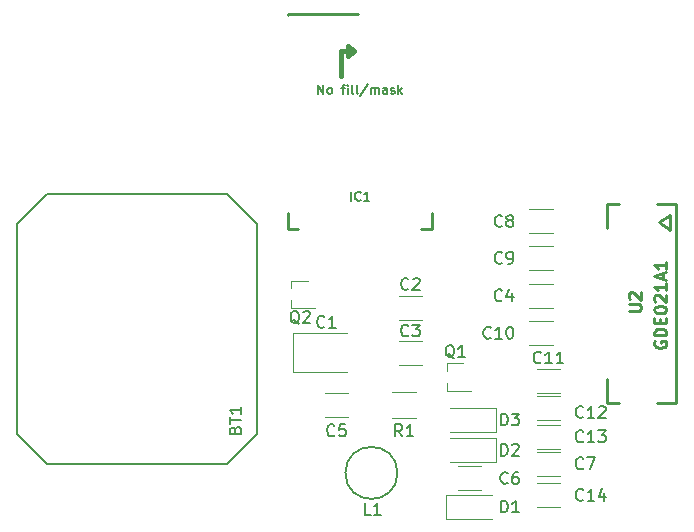
<source format=gto>
G04 #@! TF.GenerationSoftware,KiCad,Pcbnew,(2017-12-02 revision 3109343b9)-master*
G04 #@! TF.CreationDate,2018-01-07T22:26:38+01:00*
G04 #@! TF.ProjectId,epaperle,6570617065726C652E6B696361645F70,rev?*
G04 #@! TF.SameCoordinates,Original*
G04 #@! TF.FileFunction,Legend,Top*
G04 #@! TF.FilePolarity,Positive*
%FSLAX46Y46*%
G04 Gerber Fmt 4.6, Leading zero omitted, Abs format (unit mm)*
G04 Created by KiCad (PCBNEW (2017-12-02 revision 3109343b9)-master) date Sun Jan  7 22:26:38 2018*
%MOMM*%
%LPD*%
G01*
G04 APERTURE LIST*
%ADD10C,0.150000*%
%ADD11C,0.120000*%
%ADD12C,0.381000*%
%ADD13C,0.254000*%
%ADD14C,0.152400*%
G04 APERTURE END LIST*
D10*
X163322000Y-118364000D02*
X160782000Y-115824000D01*
X160782000Y-115824000D02*
X160782000Y-98044000D01*
X160782000Y-98044000D02*
X163322000Y-95504000D01*
X178562000Y-95504000D02*
X181102000Y-98044000D01*
X181102000Y-98044000D02*
X181102000Y-114554000D01*
X181102000Y-114554000D02*
X181102000Y-115824000D01*
X181102000Y-115824000D02*
X178562000Y-118364000D01*
X163322000Y-118364000D02*
X178562000Y-118364000D01*
X178562000Y-95504000D02*
X163322000Y-95504000D01*
D11*
X185363400Y-102853000D02*
X183953400Y-102853000D01*
X183953400Y-105173000D02*
X185983400Y-105173000D01*
X183953400Y-105173000D02*
X183953400Y-104513000D01*
X183953400Y-103513000D02*
X183953400Y-102853000D01*
X197066254Y-120996759D02*
X200966254Y-120996759D01*
X197066254Y-122996759D02*
X200966254Y-122996759D01*
X197066254Y-120996759D02*
X197066254Y-122996759D01*
X201312252Y-118170754D02*
X201312252Y-116170754D01*
X201312252Y-116170754D02*
X197412252Y-116170754D01*
X201312252Y-118170754D02*
X197412252Y-118170754D01*
X201312251Y-115630756D02*
X197412251Y-115630756D01*
X201312251Y-113630756D02*
X197412251Y-113630756D01*
X201312251Y-115630756D02*
X201312251Y-113630756D01*
X184144000Y-107316000D02*
X184144000Y-110616000D01*
X184144000Y-110616000D02*
X188694000Y-110616000D01*
X184144000Y-107316000D02*
X188694000Y-107316000D01*
X198546000Y-109838000D02*
X197136000Y-109838000D01*
X197136000Y-112158000D02*
X199166000Y-112158000D01*
X197136000Y-112158000D02*
X197136000Y-111498000D01*
X197136000Y-110498000D02*
X197136000Y-109838000D01*
D12*
X188779307Y-83691433D02*
X188779307Y-83791433D01*
X188779307Y-83791433D02*
X189279307Y-83391433D01*
X188779307Y-82991433D02*
X188779307Y-83691433D01*
X188179307Y-85491433D02*
X188179307Y-83391433D01*
X188179307Y-83391433D02*
X189279307Y-83391433D01*
X189279307Y-83391433D02*
X188779307Y-82991433D01*
D13*
X183678227Y-80392213D02*
X183678227Y-80290613D01*
X183678227Y-80290613D02*
X189578647Y-80290613D01*
X183678227Y-98492253D02*
X184579927Y-98492253D01*
X183678227Y-98492253D02*
X183678227Y-97090173D01*
X195880387Y-98492253D02*
X195880387Y-97090173D01*
X195880387Y-98492253D02*
X194978687Y-98492253D01*
X211752180Y-113197894D02*
X210687158Y-113197894D01*
X210687158Y-113197894D02*
X210687158Y-111182912D01*
X211752180Y-96352106D02*
X210687158Y-96352106D01*
X210687158Y-96352106D02*
X210687158Y-98367088D01*
X214967820Y-113197894D02*
X216532968Y-113197894D01*
X216532968Y-113197894D02*
X216532968Y-96352106D01*
X216532968Y-96352106D02*
X214967820Y-96352106D01*
X216024968Y-97271050D02*
X216024968Y-98541050D01*
X216024968Y-98541050D02*
X215125808Y-97906050D01*
X215125808Y-97906050D02*
X216024968Y-97271050D01*
D10*
X192956272Y-119126000D02*
G75*
G03X192956272Y-119126000I-2202272J0D01*
G01*
D11*
X193056000Y-106176000D02*
X195056000Y-106176000D01*
X195056000Y-104136000D02*
X193056000Y-104136000D01*
X195056000Y-107946000D02*
X193056000Y-107946000D01*
X193056000Y-109986000D02*
X195056000Y-109986000D01*
X204105000Y-105160001D02*
X206105000Y-105160001D01*
X206105000Y-103120001D02*
X204105000Y-103120001D01*
X186790476Y-114397575D02*
X188790476Y-114397575D01*
X188790476Y-112357575D02*
X186790476Y-112357575D01*
X198062250Y-120603758D02*
X200062250Y-120603758D01*
X200062250Y-118563758D02*
X198062250Y-118563758D01*
X204740000Y-119384000D02*
X206740000Y-119384000D01*
X206740000Y-117344000D02*
X204740000Y-117344000D01*
X204105000Y-98810001D02*
X206105000Y-98810001D01*
X206105000Y-96770001D02*
X204105000Y-96770001D01*
X204105000Y-101985001D02*
X206105000Y-101985001D01*
X206105000Y-99945001D02*
X204105000Y-99945001D01*
X206105000Y-106295001D02*
X204105000Y-106295001D01*
X204105000Y-108335001D02*
X206105000Y-108335001D01*
X206740000Y-110359000D02*
X204740000Y-110359000D01*
X204740000Y-112399000D02*
X206740000Y-112399000D01*
X206740000Y-112645000D02*
X204740000Y-112645000D01*
X204740000Y-114685000D02*
X206740000Y-114685000D01*
X206740000Y-115058000D02*
X204740000Y-115058000D01*
X204740000Y-117098000D02*
X206740000Y-117098000D01*
X204740000Y-122051000D02*
X206740000Y-122051000D01*
X206740000Y-120011000D02*
X204740000Y-120011000D01*
X194505476Y-114447567D02*
X192505476Y-114447567D01*
X192505476Y-112307567D02*
X194505476Y-112307567D01*
D10*
X179227171Y-115492114D02*
X179274790Y-115349257D01*
X179322409Y-115301638D01*
X179417647Y-115254019D01*
X179560504Y-115254019D01*
X179655742Y-115301638D01*
X179703361Y-115349257D01*
X179750980Y-115444495D01*
X179750980Y-115825447D01*
X178750980Y-115825447D01*
X178750980Y-115492114D01*
X178798600Y-115396876D01*
X178846219Y-115349257D01*
X178941457Y-115301638D01*
X179036695Y-115301638D01*
X179131933Y-115349257D01*
X179179552Y-115396876D01*
X179227171Y-115492114D01*
X179227171Y-115825447D01*
X178750980Y-114968304D02*
X178750980Y-114396876D01*
X179750980Y-114682590D02*
X178750980Y-114682590D01*
X179750980Y-113539733D02*
X179750980Y-114111161D01*
X179750980Y-113825447D02*
X178750980Y-113825447D01*
X178893838Y-113920685D01*
X178989076Y-114015923D01*
X179036695Y-114111161D01*
X184638161Y-106510619D02*
X184542923Y-106463000D01*
X184447685Y-106367761D01*
X184304828Y-106224904D01*
X184209590Y-106177285D01*
X184114352Y-106177285D01*
X184161971Y-106415380D02*
X184066733Y-106367761D01*
X183971495Y-106272523D01*
X183923876Y-106082047D01*
X183923876Y-105748714D01*
X183971495Y-105558238D01*
X184066733Y-105463000D01*
X184161971Y-105415380D01*
X184352447Y-105415380D01*
X184447685Y-105463000D01*
X184542923Y-105558238D01*
X184590542Y-105748714D01*
X184590542Y-106082047D01*
X184542923Y-106272523D01*
X184447685Y-106367761D01*
X184352447Y-106415380D01*
X184161971Y-106415380D01*
X184971495Y-105510619D02*
X185019114Y-105463000D01*
X185114352Y-105415380D01*
X185352447Y-105415380D01*
X185447685Y-105463000D01*
X185495304Y-105510619D01*
X185542923Y-105605857D01*
X185542923Y-105701095D01*
X185495304Y-105843952D01*
X184923876Y-106415380D01*
X185542923Y-106415380D01*
X201725304Y-122473980D02*
X201725304Y-121473980D01*
X201963400Y-121473980D01*
X202106257Y-121521600D01*
X202201495Y-121616838D01*
X202249114Y-121712076D01*
X202296733Y-121902552D01*
X202296733Y-122045409D01*
X202249114Y-122235885D01*
X202201495Y-122331123D01*
X202106257Y-122426361D01*
X201963400Y-122473980D01*
X201725304Y-122473980D01*
X203249114Y-122473980D02*
X202677685Y-122473980D01*
X202963400Y-122473980D02*
X202963400Y-121473980D01*
X202868161Y-121616838D01*
X202772923Y-121712076D01*
X202677685Y-121759695D01*
X201725304Y-117673380D02*
X201725304Y-116673380D01*
X201963400Y-116673380D01*
X202106257Y-116721000D01*
X202201495Y-116816238D01*
X202249114Y-116911476D01*
X202296733Y-117101952D01*
X202296733Y-117244809D01*
X202249114Y-117435285D01*
X202201495Y-117530523D01*
X202106257Y-117625761D01*
X201963400Y-117673380D01*
X201725304Y-117673380D01*
X202677685Y-116768619D02*
X202725304Y-116721000D01*
X202820542Y-116673380D01*
X203058638Y-116673380D01*
X203153876Y-116721000D01*
X203201495Y-116768619D01*
X203249114Y-116863857D01*
X203249114Y-116959095D01*
X203201495Y-117101952D01*
X202630066Y-117673380D01*
X203249114Y-117673380D01*
X201725304Y-115107980D02*
X201725304Y-114107980D01*
X201963400Y-114107980D01*
X202106257Y-114155600D01*
X202201495Y-114250838D01*
X202249114Y-114346076D01*
X202296733Y-114536552D01*
X202296733Y-114679409D01*
X202249114Y-114869885D01*
X202201495Y-114965123D01*
X202106257Y-115060361D01*
X201963400Y-115107980D01*
X201725304Y-115107980D01*
X202630066Y-114107980D02*
X203249114Y-114107980D01*
X202915780Y-114488933D01*
X203058638Y-114488933D01*
X203153876Y-114536552D01*
X203201495Y-114584171D01*
X203249114Y-114679409D01*
X203249114Y-114917504D01*
X203201495Y-115012742D01*
X203153876Y-115060361D01*
X203058638Y-115107980D01*
X202772923Y-115107980D01*
X202677685Y-115060361D01*
X202630066Y-115012742D01*
X186777333Y-106732342D02*
X186729714Y-106779961D01*
X186586857Y-106827580D01*
X186491619Y-106827580D01*
X186348761Y-106779961D01*
X186253523Y-106684723D01*
X186205904Y-106589485D01*
X186158285Y-106399009D01*
X186158285Y-106256152D01*
X186205904Y-106065676D01*
X186253523Y-105970438D01*
X186348761Y-105875200D01*
X186491619Y-105827580D01*
X186586857Y-105827580D01*
X186729714Y-105875200D01*
X186777333Y-105922819D01*
X187729714Y-106827580D02*
X187158285Y-106827580D01*
X187444000Y-106827580D02*
X187444000Y-105827580D01*
X187348761Y-105970438D01*
X187253523Y-106065676D01*
X187158285Y-106113295D01*
X197770761Y-109412019D02*
X197675523Y-109364400D01*
X197580285Y-109269161D01*
X197437428Y-109126304D01*
X197342190Y-109078685D01*
X197246952Y-109078685D01*
X197294571Y-109316780D02*
X197199333Y-109269161D01*
X197104095Y-109173923D01*
X197056476Y-108983447D01*
X197056476Y-108650114D01*
X197104095Y-108459638D01*
X197199333Y-108364400D01*
X197294571Y-108316780D01*
X197485047Y-108316780D01*
X197580285Y-108364400D01*
X197675523Y-108459638D01*
X197723142Y-108650114D01*
X197723142Y-108983447D01*
X197675523Y-109173923D01*
X197580285Y-109269161D01*
X197485047Y-109316780D01*
X197294571Y-109316780D01*
X198675523Y-109316780D02*
X198104095Y-109316780D01*
X198389809Y-109316780D02*
X198389809Y-108316780D01*
X198294571Y-108459638D01*
X198199333Y-108554876D01*
X198104095Y-108602495D01*
D14*
X189035449Y-96086147D02*
X189035449Y-95324147D01*
X189833735Y-96013575D02*
X189797449Y-96049861D01*
X189688592Y-96086147D01*
X189616021Y-96086147D01*
X189507164Y-96049861D01*
X189434592Y-95977290D01*
X189398307Y-95904718D01*
X189362021Y-95759575D01*
X189362021Y-95650718D01*
X189398307Y-95505575D01*
X189434592Y-95433004D01*
X189507164Y-95360433D01*
X189616021Y-95324147D01*
X189688592Y-95324147D01*
X189797449Y-95360433D01*
X189833735Y-95396718D01*
X190559449Y-96086147D02*
X190124021Y-96086147D01*
X190341735Y-96086147D02*
X190341735Y-95324147D01*
X190269164Y-95433004D01*
X190196592Y-95505575D01*
X190124021Y-95541861D01*
X186259592Y-87036147D02*
X186259592Y-86274147D01*
X186695021Y-87036147D01*
X186695021Y-86274147D01*
X187166735Y-87036147D02*
X187094164Y-86999861D01*
X187057878Y-86963575D01*
X187021592Y-86891004D01*
X187021592Y-86673290D01*
X187057878Y-86600718D01*
X187094164Y-86564433D01*
X187166735Y-86528147D01*
X187275592Y-86528147D01*
X187348164Y-86564433D01*
X187384449Y-86600718D01*
X187420735Y-86673290D01*
X187420735Y-86891004D01*
X187384449Y-86963575D01*
X187348164Y-86999861D01*
X187275592Y-87036147D01*
X187166735Y-87036147D01*
X188219021Y-86528147D02*
X188509307Y-86528147D01*
X188327878Y-87036147D02*
X188327878Y-86383004D01*
X188364164Y-86310433D01*
X188436735Y-86274147D01*
X188509307Y-86274147D01*
X188763307Y-87036147D02*
X188763307Y-86528147D01*
X188763307Y-86274147D02*
X188727021Y-86310433D01*
X188763307Y-86346718D01*
X188799592Y-86310433D01*
X188763307Y-86274147D01*
X188763307Y-86346718D01*
X189235021Y-87036147D02*
X189162449Y-86999861D01*
X189126164Y-86927290D01*
X189126164Y-86274147D01*
X189634164Y-87036147D02*
X189561592Y-86999861D01*
X189525307Y-86927290D01*
X189525307Y-86274147D01*
X190468735Y-86237861D02*
X189815592Y-87217575D01*
X190722735Y-87036147D02*
X190722735Y-86528147D01*
X190722735Y-86600718D02*
X190759021Y-86564433D01*
X190831592Y-86528147D01*
X190940449Y-86528147D01*
X191013021Y-86564433D01*
X191049307Y-86637004D01*
X191049307Y-87036147D01*
X191049307Y-86637004D02*
X191085592Y-86564433D01*
X191158164Y-86528147D01*
X191267021Y-86528147D01*
X191339592Y-86564433D01*
X191375878Y-86637004D01*
X191375878Y-87036147D01*
X192065307Y-87036147D02*
X192065307Y-86637004D01*
X192029021Y-86564433D01*
X191956449Y-86528147D01*
X191811307Y-86528147D01*
X191738735Y-86564433D01*
X192065307Y-86999861D02*
X191992735Y-87036147D01*
X191811307Y-87036147D01*
X191738735Y-86999861D01*
X191702449Y-86927290D01*
X191702449Y-86854718D01*
X191738735Y-86782147D01*
X191811307Y-86745861D01*
X191992735Y-86745861D01*
X192065307Y-86709575D01*
X192391878Y-86999861D02*
X192464449Y-87036147D01*
X192609592Y-87036147D01*
X192682164Y-86999861D01*
X192718449Y-86927290D01*
X192718449Y-86891004D01*
X192682164Y-86818433D01*
X192609592Y-86782147D01*
X192500735Y-86782147D01*
X192428164Y-86745861D01*
X192391878Y-86673290D01*
X192391878Y-86637004D01*
X192428164Y-86564433D01*
X192500735Y-86528147D01*
X192609592Y-86528147D01*
X192682164Y-86564433D01*
X193045021Y-87036147D02*
X193045021Y-86274147D01*
X193117592Y-86745861D02*
X193335307Y-87036147D01*
X193335307Y-86528147D02*
X193045021Y-86818433D01*
D13*
X212549619Y-105422095D02*
X213372095Y-105422095D01*
X213468857Y-105373714D01*
X213517238Y-105325333D01*
X213565619Y-105228571D01*
X213565619Y-105035047D01*
X213517238Y-104938285D01*
X213468857Y-104889904D01*
X213372095Y-104841523D01*
X212549619Y-104841523D01*
X212646380Y-104406095D02*
X212598000Y-104357714D01*
X212549619Y-104260952D01*
X212549619Y-104019047D01*
X212598000Y-103922285D01*
X212646380Y-103873904D01*
X212743142Y-103825523D01*
X212839904Y-103825523D01*
X212985047Y-103873904D01*
X213565619Y-104454476D01*
X213565619Y-103825523D01*
X214757000Y-107974190D02*
X214708619Y-108070952D01*
X214708619Y-108216095D01*
X214757000Y-108361238D01*
X214853761Y-108458000D01*
X214950523Y-108506380D01*
X215144047Y-108554761D01*
X215289190Y-108554761D01*
X215482714Y-108506380D01*
X215579476Y-108458000D01*
X215676238Y-108361238D01*
X215724619Y-108216095D01*
X215724619Y-108119333D01*
X215676238Y-107974190D01*
X215627857Y-107925809D01*
X215289190Y-107925809D01*
X215289190Y-108119333D01*
X215724619Y-107490380D02*
X214708619Y-107490380D01*
X214708619Y-107248476D01*
X214757000Y-107103333D01*
X214853761Y-107006571D01*
X214950523Y-106958190D01*
X215144047Y-106909809D01*
X215289190Y-106909809D01*
X215482714Y-106958190D01*
X215579476Y-107006571D01*
X215676238Y-107103333D01*
X215724619Y-107248476D01*
X215724619Y-107490380D01*
X215192428Y-106474380D02*
X215192428Y-106135714D01*
X215724619Y-105990571D02*
X215724619Y-106474380D01*
X214708619Y-106474380D01*
X214708619Y-105990571D01*
X214708619Y-105361619D02*
X214708619Y-105264857D01*
X214757000Y-105168095D01*
X214805380Y-105119714D01*
X214902142Y-105071333D01*
X215095666Y-105022952D01*
X215337571Y-105022952D01*
X215531095Y-105071333D01*
X215627857Y-105119714D01*
X215676238Y-105168095D01*
X215724619Y-105264857D01*
X215724619Y-105361619D01*
X215676238Y-105458380D01*
X215627857Y-105506761D01*
X215531095Y-105555142D01*
X215337571Y-105603523D01*
X215095666Y-105603523D01*
X214902142Y-105555142D01*
X214805380Y-105506761D01*
X214757000Y-105458380D01*
X214708619Y-105361619D01*
X214805380Y-104635904D02*
X214757000Y-104587523D01*
X214708619Y-104490761D01*
X214708619Y-104248857D01*
X214757000Y-104152095D01*
X214805380Y-104103714D01*
X214902142Y-104055333D01*
X214998904Y-104055333D01*
X215144047Y-104103714D01*
X215724619Y-104684285D01*
X215724619Y-104055333D01*
X215724619Y-103087714D02*
X215724619Y-103668285D01*
X215724619Y-103378000D02*
X214708619Y-103378000D01*
X214853761Y-103474761D01*
X214950523Y-103571523D01*
X214998904Y-103668285D01*
X215434333Y-102700666D02*
X215434333Y-102216857D01*
X215724619Y-102797428D02*
X214708619Y-102458761D01*
X215724619Y-102120095D01*
X215724619Y-101249238D02*
X215724619Y-101829809D01*
X215724619Y-101539523D02*
X214708619Y-101539523D01*
X214853761Y-101636285D01*
X214950523Y-101733047D01*
X214998904Y-101829809D01*
D10*
X190687333Y-122678380D02*
X190211142Y-122678380D01*
X190211142Y-121678380D01*
X191544476Y-122678380D02*
X190973047Y-122678380D01*
X191258761Y-122678380D02*
X191258761Y-121678380D01*
X191163523Y-121821238D01*
X191068285Y-121916476D01*
X190973047Y-121964095D01*
X193889333Y-103531942D02*
X193841714Y-103579561D01*
X193698857Y-103627180D01*
X193603619Y-103627180D01*
X193460761Y-103579561D01*
X193365523Y-103484323D01*
X193317904Y-103389085D01*
X193270285Y-103198609D01*
X193270285Y-103055752D01*
X193317904Y-102865276D01*
X193365523Y-102770038D01*
X193460761Y-102674800D01*
X193603619Y-102627180D01*
X193698857Y-102627180D01*
X193841714Y-102674800D01*
X193889333Y-102722419D01*
X194270285Y-102722419D02*
X194317904Y-102674800D01*
X194413142Y-102627180D01*
X194651238Y-102627180D01*
X194746476Y-102674800D01*
X194794095Y-102722419D01*
X194841714Y-102817657D01*
X194841714Y-102912895D01*
X194794095Y-103055752D01*
X194222666Y-103627180D01*
X194841714Y-103627180D01*
X193889333Y-107468942D02*
X193841714Y-107516561D01*
X193698857Y-107564180D01*
X193603619Y-107564180D01*
X193460761Y-107516561D01*
X193365523Y-107421323D01*
X193317904Y-107326085D01*
X193270285Y-107135609D01*
X193270285Y-106992752D01*
X193317904Y-106802276D01*
X193365523Y-106707038D01*
X193460761Y-106611800D01*
X193603619Y-106564180D01*
X193698857Y-106564180D01*
X193841714Y-106611800D01*
X193889333Y-106659419D01*
X194222666Y-106564180D02*
X194841714Y-106564180D01*
X194508380Y-106945133D01*
X194651238Y-106945133D01*
X194746476Y-106992752D01*
X194794095Y-107040371D01*
X194841714Y-107135609D01*
X194841714Y-107373704D01*
X194794095Y-107468942D01*
X194746476Y-107516561D01*
X194651238Y-107564180D01*
X194365523Y-107564180D01*
X194270285Y-107516561D01*
X194222666Y-107468942D01*
X201807723Y-104497142D02*
X201760104Y-104544761D01*
X201617247Y-104592380D01*
X201522009Y-104592380D01*
X201379151Y-104544761D01*
X201283913Y-104449523D01*
X201236294Y-104354285D01*
X201188675Y-104163809D01*
X201188675Y-104020952D01*
X201236294Y-103830476D01*
X201283913Y-103735238D01*
X201379151Y-103640000D01*
X201522009Y-103592380D01*
X201617247Y-103592380D01*
X201760104Y-103640000D01*
X201807723Y-103687619D01*
X202664866Y-103925714D02*
X202664866Y-104592380D01*
X202426770Y-103544761D02*
X202188675Y-104259047D01*
X202807723Y-104259047D01*
X187623809Y-115927142D02*
X187576190Y-115974761D01*
X187433333Y-116022380D01*
X187338095Y-116022380D01*
X187195237Y-115974761D01*
X187099999Y-115879523D01*
X187052380Y-115784285D01*
X187004761Y-115593809D01*
X187004761Y-115450952D01*
X187052380Y-115260476D01*
X187099999Y-115165238D01*
X187195237Y-115070000D01*
X187338095Y-115022380D01*
X187433333Y-115022380D01*
X187576190Y-115070000D01*
X187623809Y-115117619D01*
X188528571Y-115022380D02*
X188052380Y-115022380D01*
X188004761Y-115498571D01*
X188052380Y-115450952D01*
X188147618Y-115403333D01*
X188385714Y-115403333D01*
X188480952Y-115450952D01*
X188528571Y-115498571D01*
X188576190Y-115593809D01*
X188576190Y-115831904D01*
X188528571Y-115927142D01*
X188480952Y-115974761D01*
X188385714Y-116022380D01*
X188147618Y-116022380D01*
X188052380Y-115974761D01*
X188004761Y-115927142D01*
X202296733Y-119965742D02*
X202249114Y-120013361D01*
X202106257Y-120060980D01*
X202011019Y-120060980D01*
X201868161Y-120013361D01*
X201772923Y-119918123D01*
X201725304Y-119822885D01*
X201677685Y-119632409D01*
X201677685Y-119489552D01*
X201725304Y-119299076D01*
X201772923Y-119203838D01*
X201868161Y-119108600D01*
X202011019Y-119060980D01*
X202106257Y-119060980D01*
X202249114Y-119108600D01*
X202296733Y-119156219D01*
X203153876Y-119060980D02*
X202963400Y-119060980D01*
X202868161Y-119108600D01*
X202820542Y-119156219D01*
X202725304Y-119299076D01*
X202677685Y-119489552D01*
X202677685Y-119870504D01*
X202725304Y-119965742D01*
X202772923Y-120013361D01*
X202868161Y-120060980D01*
X203058638Y-120060980D01*
X203153876Y-120013361D01*
X203201495Y-119965742D01*
X203249114Y-119870504D01*
X203249114Y-119632409D01*
X203201495Y-119537171D01*
X203153876Y-119489552D01*
X203058638Y-119441933D01*
X202868161Y-119441933D01*
X202772923Y-119489552D01*
X202725304Y-119537171D01*
X202677685Y-119632409D01*
X208678542Y-118721142D02*
X208630923Y-118768761D01*
X208488066Y-118816380D01*
X208392828Y-118816380D01*
X208249970Y-118768761D01*
X208154732Y-118673523D01*
X208107113Y-118578285D01*
X208059494Y-118387809D01*
X208059494Y-118244952D01*
X208107113Y-118054476D01*
X208154732Y-117959238D01*
X208249970Y-117864000D01*
X208392828Y-117816380D01*
X208488066Y-117816380D01*
X208630923Y-117864000D01*
X208678542Y-117911619D01*
X209011875Y-117816380D02*
X209678542Y-117816380D01*
X209249970Y-118816380D01*
X201807723Y-98197942D02*
X201760104Y-98245561D01*
X201617247Y-98293180D01*
X201522009Y-98293180D01*
X201379151Y-98245561D01*
X201283913Y-98150323D01*
X201236294Y-98055085D01*
X201188675Y-97864609D01*
X201188675Y-97721752D01*
X201236294Y-97531276D01*
X201283913Y-97436038D01*
X201379151Y-97340800D01*
X201522009Y-97293180D01*
X201617247Y-97293180D01*
X201760104Y-97340800D01*
X201807723Y-97388419D01*
X202379151Y-97721752D02*
X202283913Y-97674133D01*
X202236294Y-97626514D01*
X202188675Y-97531276D01*
X202188675Y-97483657D01*
X202236294Y-97388419D01*
X202283913Y-97340800D01*
X202379151Y-97293180D01*
X202569628Y-97293180D01*
X202664866Y-97340800D01*
X202712485Y-97388419D01*
X202760104Y-97483657D01*
X202760104Y-97531276D01*
X202712485Y-97626514D01*
X202664866Y-97674133D01*
X202569628Y-97721752D01*
X202379151Y-97721752D01*
X202283913Y-97769371D01*
X202236294Y-97816990D01*
X202188675Y-97912228D01*
X202188675Y-98102704D01*
X202236294Y-98197942D01*
X202283913Y-98245561D01*
X202379151Y-98293180D01*
X202569628Y-98293180D01*
X202664866Y-98245561D01*
X202712485Y-98197942D01*
X202760104Y-98102704D01*
X202760104Y-97912228D01*
X202712485Y-97816990D01*
X202664866Y-97769371D01*
X202569628Y-97721752D01*
X201807723Y-101322142D02*
X201760104Y-101369761D01*
X201617247Y-101417380D01*
X201522009Y-101417380D01*
X201379151Y-101369761D01*
X201283913Y-101274523D01*
X201236294Y-101179285D01*
X201188675Y-100988809D01*
X201188675Y-100845952D01*
X201236294Y-100655476D01*
X201283913Y-100560238D01*
X201379151Y-100465000D01*
X201522009Y-100417380D01*
X201617247Y-100417380D01*
X201760104Y-100465000D01*
X201807723Y-100512619D01*
X202283913Y-101417380D02*
X202474390Y-101417380D01*
X202569628Y-101369761D01*
X202617247Y-101322142D01*
X202712485Y-101179285D01*
X202760104Y-100988809D01*
X202760104Y-100607857D01*
X202712485Y-100512619D01*
X202664866Y-100465000D01*
X202569628Y-100417380D01*
X202379151Y-100417380D01*
X202283913Y-100465000D01*
X202236294Y-100512619D01*
X202188675Y-100607857D01*
X202188675Y-100845952D01*
X202236294Y-100941190D01*
X202283913Y-100988809D01*
X202379151Y-101036428D01*
X202569628Y-101036428D01*
X202664866Y-100988809D01*
X202712485Y-100941190D01*
X202760104Y-100845952D01*
X200855342Y-107672142D02*
X200807723Y-107719761D01*
X200664866Y-107767380D01*
X200569628Y-107767380D01*
X200426771Y-107719761D01*
X200331533Y-107624523D01*
X200283914Y-107529285D01*
X200236295Y-107338809D01*
X200236295Y-107195952D01*
X200283914Y-107005476D01*
X200331533Y-106910238D01*
X200426771Y-106815000D01*
X200569628Y-106767380D01*
X200664866Y-106767380D01*
X200807723Y-106815000D01*
X200855342Y-106862619D01*
X201807723Y-107767380D02*
X201236295Y-107767380D01*
X201522009Y-107767380D02*
X201522009Y-106767380D01*
X201426771Y-106910238D01*
X201331533Y-107005476D01*
X201236295Y-107053095D01*
X202426771Y-106767380D02*
X202522009Y-106767380D01*
X202617247Y-106815000D01*
X202664866Y-106862619D01*
X202712485Y-106957857D01*
X202760104Y-107148333D01*
X202760104Y-107386428D01*
X202712485Y-107576904D01*
X202664866Y-107672142D01*
X202617247Y-107719761D01*
X202522009Y-107767380D01*
X202426771Y-107767380D01*
X202331533Y-107719761D01*
X202283914Y-107672142D01*
X202236295Y-107576904D01*
X202188676Y-107386428D01*
X202188676Y-107148333D01*
X202236295Y-106957857D01*
X202283914Y-106862619D01*
X202331533Y-106815000D01*
X202426771Y-106767380D01*
X205097142Y-109754942D02*
X205049523Y-109802561D01*
X204906666Y-109850180D01*
X204811428Y-109850180D01*
X204668571Y-109802561D01*
X204573333Y-109707323D01*
X204525714Y-109612085D01*
X204478095Y-109421609D01*
X204478095Y-109278752D01*
X204525714Y-109088276D01*
X204573333Y-108993038D01*
X204668571Y-108897800D01*
X204811428Y-108850180D01*
X204906666Y-108850180D01*
X205049523Y-108897800D01*
X205097142Y-108945419D01*
X206049523Y-109850180D02*
X205478095Y-109850180D01*
X205763809Y-109850180D02*
X205763809Y-108850180D01*
X205668571Y-108993038D01*
X205573333Y-109088276D01*
X205478095Y-109135895D01*
X207001904Y-109850180D02*
X206430476Y-109850180D01*
X206716190Y-109850180D02*
X206716190Y-108850180D01*
X206620952Y-108993038D01*
X206525714Y-109088276D01*
X206430476Y-109135895D01*
X208678542Y-114377742D02*
X208630923Y-114425361D01*
X208488066Y-114472980D01*
X208392828Y-114472980D01*
X208249971Y-114425361D01*
X208154733Y-114330123D01*
X208107114Y-114234885D01*
X208059495Y-114044409D01*
X208059495Y-113901552D01*
X208107114Y-113711076D01*
X208154733Y-113615838D01*
X208249971Y-113520600D01*
X208392828Y-113472980D01*
X208488066Y-113472980D01*
X208630923Y-113520600D01*
X208678542Y-113568219D01*
X209630923Y-114472980D02*
X209059495Y-114472980D01*
X209345209Y-114472980D02*
X209345209Y-113472980D01*
X209249971Y-113615838D01*
X209154733Y-113711076D01*
X209059495Y-113758695D01*
X210011876Y-113568219D02*
X210059495Y-113520600D01*
X210154733Y-113472980D01*
X210392828Y-113472980D01*
X210488066Y-113520600D01*
X210535685Y-113568219D01*
X210583304Y-113663457D01*
X210583304Y-113758695D01*
X210535685Y-113901552D01*
X209964257Y-114472980D01*
X210583304Y-114472980D01*
X208678542Y-116435142D02*
X208630923Y-116482761D01*
X208488066Y-116530380D01*
X208392828Y-116530380D01*
X208249971Y-116482761D01*
X208154733Y-116387523D01*
X208107114Y-116292285D01*
X208059495Y-116101809D01*
X208059495Y-115958952D01*
X208107114Y-115768476D01*
X208154733Y-115673238D01*
X208249971Y-115578000D01*
X208392828Y-115530380D01*
X208488066Y-115530380D01*
X208630923Y-115578000D01*
X208678542Y-115625619D01*
X209630923Y-116530380D02*
X209059495Y-116530380D01*
X209345209Y-116530380D02*
X209345209Y-115530380D01*
X209249971Y-115673238D01*
X209154733Y-115768476D01*
X209059495Y-115816095D01*
X209964257Y-115530380D02*
X210583304Y-115530380D01*
X210249971Y-115911333D01*
X210392828Y-115911333D01*
X210488066Y-115958952D01*
X210535685Y-116006571D01*
X210583304Y-116101809D01*
X210583304Y-116339904D01*
X210535685Y-116435142D01*
X210488066Y-116482761D01*
X210392828Y-116530380D01*
X210107114Y-116530380D01*
X210011876Y-116482761D01*
X209964257Y-116435142D01*
X208678542Y-121388142D02*
X208630923Y-121435761D01*
X208488066Y-121483380D01*
X208392828Y-121483380D01*
X208249971Y-121435761D01*
X208154733Y-121340523D01*
X208107114Y-121245285D01*
X208059495Y-121054809D01*
X208059495Y-120911952D01*
X208107114Y-120721476D01*
X208154733Y-120626238D01*
X208249971Y-120531000D01*
X208392828Y-120483380D01*
X208488066Y-120483380D01*
X208630923Y-120531000D01*
X208678542Y-120578619D01*
X209630923Y-121483380D02*
X209059495Y-121483380D01*
X209345209Y-121483380D02*
X209345209Y-120483380D01*
X209249971Y-120626238D01*
X209154733Y-120721476D01*
X209059495Y-120769095D01*
X210488066Y-120816714D02*
X210488066Y-121483380D01*
X210249971Y-120435761D02*
X210011876Y-121150047D01*
X210630923Y-121150047D01*
X193355933Y-116022380D02*
X193022600Y-115546190D01*
X192784504Y-116022380D02*
X192784504Y-115022380D01*
X193165457Y-115022380D01*
X193260695Y-115070000D01*
X193308314Y-115117619D01*
X193355933Y-115212857D01*
X193355933Y-115355714D01*
X193308314Y-115450952D01*
X193260695Y-115498571D01*
X193165457Y-115546190D01*
X192784504Y-115546190D01*
X194308314Y-116022380D02*
X193736885Y-116022380D01*
X194022600Y-116022380D02*
X194022600Y-115022380D01*
X193927361Y-115165238D01*
X193832123Y-115260476D01*
X193736885Y-115308095D01*
M02*

</source>
